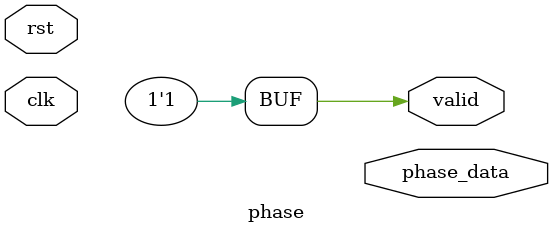
<source format=v>
`timescale 1ns / 1ps


module phase(
    input   clk,
    input   rst,
    output          valid,
    output  [15:0]  phase_data
    );

reg     [12:0]  rotate_rom_addr;
 
always @(posedge clk or posedge rst) begin
    if (rst) 
        rotate_rom_addr <= 0;
    else if (rotate_rom_addr == 'd5119)
        rotate_rom_addr <= 'd0;
    else
        rotate_rom_addr <= rotate_rom_addr + 1'b1;
end

assign valid = 1'b1;

endmodule



</source>
